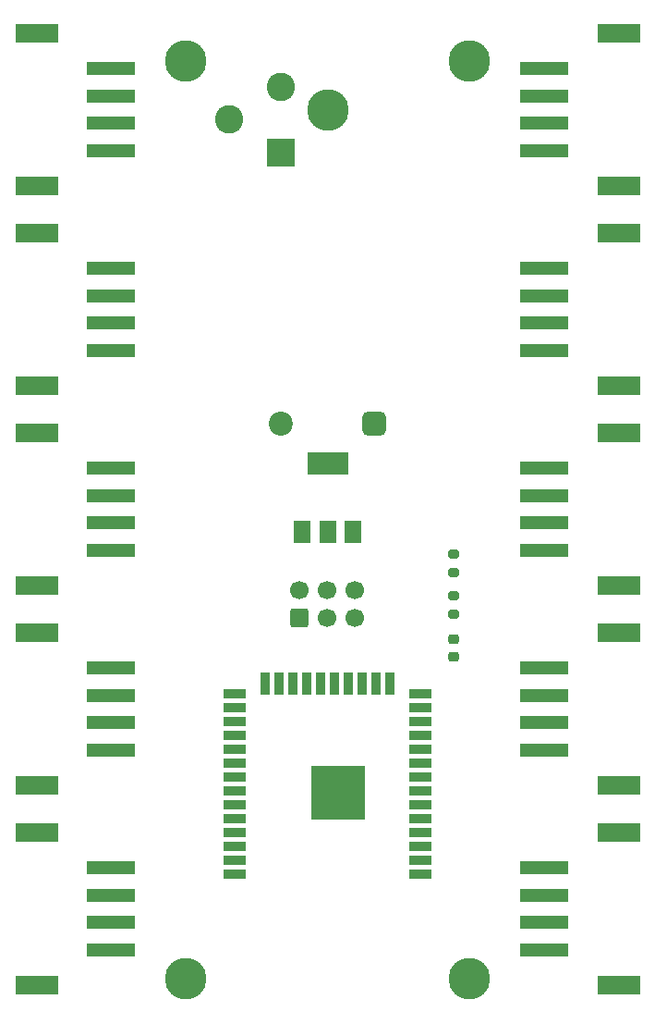
<source format=gbr>
%TF.GenerationSoftware,KiCad,Pcbnew,(6.0.6)*%
%TF.CreationDate,2023-01-23T13:41:07-05:00*%
%TF.ProjectId,esp32-wled,65737033-322d-4776-9c65-642e6b696361,rev?*%
%TF.SameCoordinates,Original*%
%TF.FileFunction,Soldermask,Top*%
%TF.FilePolarity,Negative*%
%FSLAX46Y46*%
G04 Gerber Fmt 4.6, Leading zero omitted, Abs format (unit mm)*
G04 Created by KiCad (PCBNEW (6.0.6)) date 2023-01-23 13:41:07*
%MOMM*%
%LPD*%
G01*
G04 APERTURE LIST*
G04 Aperture macros list*
%AMRoundRect*
0 Rectangle with rounded corners*
0 $1 Rounding radius*
0 $2 $3 $4 $5 $6 $7 $8 $9 X,Y pos of 4 corners*
0 Add a 4 corners polygon primitive as box body*
4,1,4,$2,$3,$4,$5,$6,$7,$8,$9,$2,$3,0*
0 Add four circle primitives for the rounded corners*
1,1,$1+$1,$2,$3*
1,1,$1+$1,$4,$5*
1,1,$1+$1,$6,$7*
1,1,$1+$1,$8,$9*
0 Add four rect primitives between the rounded corners*
20,1,$1+$1,$2,$3,$4,$5,0*
20,1,$1+$1,$4,$5,$6,$7,0*
20,1,$1+$1,$6,$7,$8,$9,0*
20,1,$1+$1,$8,$9,$2,$3,0*%
G04 Aperture macros list end*
%ADD10RoundRect,0.550000X0.550000X0.550000X-0.550000X0.550000X-0.550000X-0.550000X0.550000X-0.550000X0*%
%ADD11R,4.495800X1.295400*%
%ADD12R,3.911600X1.803400*%
%ADD13RoundRect,0.200000X-0.275000X0.200000X-0.275000X-0.200000X0.275000X-0.200000X0.275000X0.200000X0*%
%ADD14C,3.800000*%
%ADD15RoundRect,0.250000X0.600000X-0.600000X0.600000X0.600000X-0.600000X0.600000X-0.600000X-0.600000X0*%
%ADD16C,1.700000*%
%ADD17R,1.500000X2.000000*%
%ADD18R,3.800000X2.000000*%
%ADD19R,2.000000X0.900000*%
%ADD20R,0.900000X2.000000*%
%ADD21R,5.000000X5.000000*%
%ADD22RoundRect,0.225000X0.250000X-0.225000X0.250000X0.225000X-0.250000X0.225000X-0.250000X-0.225000X0*%
%ADD23C,2.200000*%
%ADD24R,2.600000X2.600000*%
%ADD25C,2.600000*%
G04 APERTURE END LIST*
D10*
%TO.C,12V*%
X137305600Y-89961550D03*
%TD*%
D11*
%TO.C,LED10-GPIO27*%
X152911912Y-64964000D03*
X152911912Y-62464000D03*
X152911912Y-59964000D03*
X152911912Y-57464000D03*
D12*
X159711911Y-68163999D03*
X159711911Y-54264001D03*
%TD*%
D13*
%TO.C,R1*%
X144627600Y-101892600D03*
X144627600Y-103542600D03*
%TD*%
D14*
%TO.C, *%
X120038400Y-140766800D03*
%TD*%
D11*
%TO.C,LED1-GPIO4*%
X113210488Y-57464000D03*
X113210488Y-59964000D03*
X113210488Y-62464000D03*
X113210488Y-64964000D03*
D12*
X106410489Y-54264001D03*
X106410489Y-68163999D03*
%TD*%
D11*
%TO.C,LED3-GPIO17*%
X113210488Y-94040000D03*
X113210488Y-96540000D03*
X113210488Y-99040000D03*
X113210488Y-101540000D03*
D12*
X106410489Y-90840001D03*
X106410489Y-104739999D03*
%TD*%
D15*
%TO.C,H1*%
X130493400Y-107737300D03*
D16*
X130493400Y-105197300D03*
X133033400Y-107737300D03*
X133033400Y-105197300D03*
X135573400Y-107737300D03*
X135573400Y-105197300D03*
%TD*%
D11*
%TO.C,LED6-GPIO32*%
X152911912Y-138116000D03*
X152911912Y-135616000D03*
X152911912Y-133116000D03*
X152911912Y-130616000D03*
D12*
X159711911Y-141315999D03*
X159711911Y-127416001D03*
%TD*%
D17*
%TO.C,U2*%
X130738400Y-99898600D03*
X133038400Y-99898600D03*
D18*
X133038400Y-93598600D03*
D17*
X135338400Y-99898600D03*
%TD*%
D14*
%TO.C, *%
X133038400Y-61275550D03*
%TD*%
D19*
%TO.C,U1*%
X141538400Y-131225800D03*
X141538400Y-129955800D03*
X141538400Y-128685800D03*
X141538400Y-127415800D03*
X141538400Y-126145800D03*
X141538400Y-124875800D03*
X141538400Y-123605800D03*
X141538400Y-122335800D03*
X141538400Y-121065800D03*
X141538400Y-119795800D03*
X141538400Y-118525800D03*
X141538400Y-117255800D03*
X141538400Y-115985800D03*
X141538400Y-114715800D03*
D20*
X138753400Y-113715800D03*
X137483400Y-113715800D03*
X136213400Y-113715800D03*
X134943400Y-113715800D03*
X133673400Y-113715800D03*
X132403400Y-113715800D03*
X131133400Y-113715800D03*
X129863400Y-113715800D03*
X128593400Y-113715800D03*
X127323400Y-113715800D03*
D19*
X124538400Y-114715800D03*
X124538400Y-115985800D03*
X124538400Y-117255800D03*
X124538400Y-118525800D03*
X124538400Y-119795800D03*
X124538400Y-121065800D03*
X124538400Y-122335800D03*
X124538400Y-123605800D03*
X124538400Y-124875800D03*
X124538400Y-126145800D03*
X124538400Y-127415800D03*
X124538400Y-128685800D03*
X124538400Y-129955800D03*
X124538400Y-131225800D03*
D21*
X134038400Y-123725800D03*
%TD*%
D13*
%TO.C,R2*%
X144627600Y-105728000D03*
X144627600Y-107378000D03*
%TD*%
D11*
%TO.C,LED2-GPIO16*%
X113210488Y-75752000D03*
X113210488Y-78252000D03*
X113210488Y-80752000D03*
X113210488Y-83252000D03*
D12*
X106410489Y-72552001D03*
X106410489Y-86451999D03*
%TD*%
D22*
%TO.C,C1*%
X144627600Y-111265000D03*
X144627600Y-109715000D03*
%TD*%
D23*
%TO.C,GND*%
X128799600Y-89961550D03*
%TD*%
D11*
%TO.C,LED9-GPIO26*%
X152911912Y-83252000D03*
X152911912Y-80752000D03*
X152911912Y-78252000D03*
X152911912Y-75752000D03*
D12*
X159711911Y-86451999D03*
X159711911Y-72552001D03*
%TD*%
D24*
%TO.C,J1*%
X128752600Y-65125600D03*
D25*
X128752600Y-59125600D03*
X124052600Y-62125600D03*
%TD*%
D14*
%TO.C, *%
X146038400Y-140766800D03*
%TD*%
D11*
%TO.C,LED5-GPIO23*%
X113210488Y-130616000D03*
X113210488Y-133116000D03*
X113210488Y-135616000D03*
X113210488Y-138116000D03*
D12*
X106410489Y-127416001D03*
X106410489Y-141315999D03*
%TD*%
D14*
%TO.C, *%
X120038400Y-56766800D03*
%TD*%
D11*
%TO.C,LED7-GPIO33*%
X152911912Y-119828000D03*
X152911912Y-117328000D03*
X152911912Y-114828000D03*
X152911912Y-112328000D03*
D12*
X159711911Y-123027999D03*
X159711911Y-109128001D03*
%TD*%
D11*
%TO.C,LED8-GPIO25*%
X152911912Y-101540000D03*
X152911912Y-99040000D03*
X152911912Y-96540000D03*
X152911912Y-94040000D03*
D12*
X159711911Y-104739999D03*
X159711911Y-90840001D03*
%TD*%
D14*
%TO.C, *%
X146038400Y-56766800D03*
%TD*%
D11*
%TO.C,LED4-GPIO22*%
X113210488Y-112328000D03*
X113210488Y-114828000D03*
X113210488Y-117328000D03*
X113210488Y-119828000D03*
D12*
X106410489Y-109128001D03*
X106410489Y-123027999D03*
%TD*%
M02*

</source>
